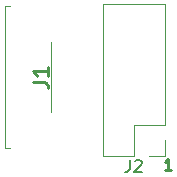
<source format=gto>
G04 #@! TF.GenerationSoftware,KiCad,Pcbnew,7.0.0-da2b9df05c~163~ubuntu22.04.1*
G04 #@! TF.CreationDate,2023-03-07T01:12:10+00:00*
G04 #@! TF.ProjectId,simpleadapter,73696d70-6c65-4616-9461-707465722e6b,rev?*
G04 #@! TF.SameCoordinates,Original*
G04 #@! TF.FileFunction,Legend,Top*
G04 #@! TF.FilePolarity,Positive*
%FSLAX46Y46*%
G04 Gerber Fmt 4.6, Leading zero omitted, Abs format (unit mm)*
G04 Created by KiCad (PCBNEW 7.0.0-da2b9df05c~163~ubuntu22.04.1) date 2023-03-07 01:12:10*
%MOMM*%
%LPD*%
G01*
G04 APERTURE LIST*
%ADD10C,0.250000*%
%ADD11C,0.150000*%
%ADD12C,0.254000*%
%ADD13C,0.120000*%
%ADD14C,0.100000*%
%ADD15R,1.700000X1.700000*%
%ADD16O,1.700000X1.700000*%
%ADD17C,0.001000*%
%ADD18R,1.800000X0.700000*%
%ADD19C,3.800000*%
G04 APERTURE END LIST*
D10*
X160273904Y-102144380D02*
X159702476Y-102144380D01*
X159988190Y-102144380D02*
X159988190Y-101144380D01*
X159988190Y-101144380D02*
X159892952Y-101287238D01*
X159892952Y-101287238D02*
X159797714Y-101382476D01*
X159797714Y-101382476D02*
X159702476Y-101430095D01*
D11*
X156765666Y-101265380D02*
X156765666Y-101979666D01*
X156765666Y-101979666D02*
X156718047Y-102122523D01*
X156718047Y-102122523D02*
X156622809Y-102217761D01*
X156622809Y-102217761D02*
X156479952Y-102265380D01*
X156479952Y-102265380D02*
X156384714Y-102265380D01*
X157194238Y-101360619D02*
X157241857Y-101313000D01*
X157241857Y-101313000D02*
X157337095Y-101265380D01*
X157337095Y-101265380D02*
X157575190Y-101265380D01*
X157575190Y-101265380D02*
X157670428Y-101313000D01*
X157670428Y-101313000D02*
X157718047Y-101360619D01*
X157718047Y-101360619D02*
X157765666Y-101455857D01*
X157765666Y-101455857D02*
X157765666Y-101551095D01*
X157765666Y-101551095D02*
X157718047Y-101693952D01*
X157718047Y-101693952D02*
X157146619Y-102265380D01*
X157146619Y-102265380D02*
X157765666Y-102265380D01*
D12*
X148548573Y-94657332D02*
X149455716Y-94657332D01*
X149455716Y-94657332D02*
X149637145Y-94717809D01*
X149637145Y-94717809D02*
X149758097Y-94838761D01*
X149758097Y-94838761D02*
X149818573Y-95020190D01*
X149818573Y-95020190D02*
X149818573Y-95141142D01*
X149818573Y-93387332D02*
X149818573Y-94113047D01*
X149818573Y-93750190D02*
X148548573Y-93750190D01*
X148548573Y-93750190D02*
X148730002Y-93871142D01*
X148730002Y-93871142D02*
X148850954Y-93992094D01*
X148850954Y-93992094D02*
X148911430Y-94113047D01*
D13*
X159699000Y-99568000D02*
X159699000Y-100898000D01*
X159699000Y-98298000D02*
X159699000Y-88078000D01*
X157099000Y-100898000D02*
X154499000Y-100898000D01*
X159699000Y-98298000D02*
X157099000Y-98298000D01*
X159699000Y-100898000D02*
X158369000Y-100898000D01*
X157099000Y-98298000D02*
X157099000Y-100898000D01*
X159699000Y-88078000D02*
X154499000Y-88078000D01*
X154499000Y-100898000D02*
X154499000Y-88078000D01*
D14*
X146637000Y-88234000D02*
X146177000Y-88234000D01*
X146177000Y-88234000D02*
X146177000Y-100234000D01*
X150087000Y-91234000D02*
X150087000Y-97234000D01*
X146177000Y-100234000D02*
X146637000Y-100234000D01*
%LPC*%
D15*
X158368999Y-99567999D03*
D16*
X155828999Y-99567999D03*
X158368999Y-97027999D03*
X155828999Y-97027999D03*
X158368999Y-94487999D03*
X155828999Y-94487999D03*
X158368999Y-91947999D03*
X155828999Y-91947999D03*
X158368999Y-89407999D03*
X155828999Y-89407999D03*
D17*
X149177000Y-91984000D03*
X149177000Y-96484000D03*
D18*
X151626999Y-97233999D03*
X151626999Y-95233999D03*
X151626999Y-93233999D03*
X151626999Y-91233999D03*
X151626999Y-90233999D03*
X151626999Y-92233999D03*
X151626999Y-94233999D03*
X151626999Y-96233999D03*
X151626999Y-98233999D03*
D19*
X149177000Y-88384000D03*
X149177000Y-100084000D03*
M02*

</source>
